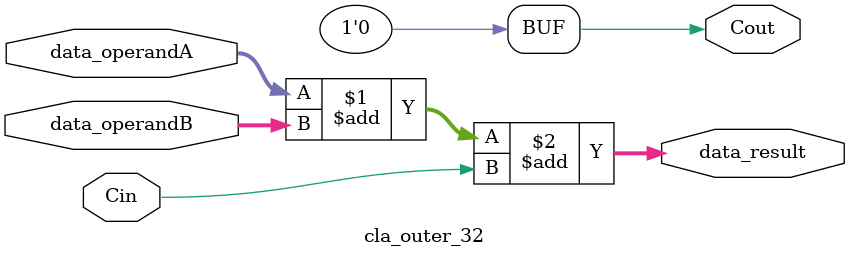
<source format=v>
module cla_outer_32 (data_operandA, data_operandB, Cin, data_result, Cout); 

    input [31:0] data_operandA, data_operandB;
    input Cin;
    output [31:0] data_result;
    output Cout;

    assign data_result = data_operandA + data_operandB + Cin;
    assign Cout = 1'b0;


    // wire [7:0] block_sum_1, block_sum_2, block_sum_3, block_sum_4;
    // wire [3:0] big_G, big_P;
    // wire [4:0] carry;

    // //////////// CALCULATE CARRIES

    // // l0
    // assign carry[0] = Cin;
    // // l1
    // wire c1;
    // and carry_and1(c1, big_P[0], carry[0]);
    // or carry_or1(carry[1], c1, big_G[0]);
    // // l2
    // wire c2, c3;
    // and carry_and2(c2, big_P[1], big_G[0]);
    // and carry_and3(c3, big_P[1], big_P[0], carry[0]);
    // or carry_or2(carry[2], big_G[1], c2, c3);
    // // l3
    // wire c4, c5, c6;
    // and carry_and6(c6, big_P[2], big_G[1]);
    // and carry_and4(c4, big_P[2], big_P[1], big_G[0]);
    // and carry_and5(c5, big_P[2], big_P[1], big_P[0], carry[0]);
    // or carry_or3(carry[3], big_G[2], c4, c5, c6);
    // // l4
    // wire c7, c8, c9, c10;
    // and carry_and7(c7, big_P[3], big_G[2]);
    // and carry_and8(c8, big_P[3], big_P[2], big_G[1]);
    // and carry_and9(c9, big_P[3], big_P[2], big_P[1], big_G[0]);
    // and carry_and10(c10, big_P[3], big_P[2], big_P[1], big_P[0], carry[0]);
    // or carry_or4(carry[4], big_G[3], c7, c8, c9, c10);

    // //////////// CALCULATE SUMS

    // // low 8 bits
    // cla_inner lowest8(.data_operandA(data_operandA[7:0]), .data_operandB(data_operandB[7:0]),
    // .Cin(Cin), .data_result(data_result[7:0]), .Cout(carry[1]), .big_G(big_G[0]), .big_P(big_P[0]));

    // // low-med 8 bits
    // cla_inner lowmed8(.data_operandA(data_operandA[15:8]), .data_operandB(data_operandB[15:8]),
    // .Cin(carry[1]), .data_result(data_result[15:8]), .Cout(carry[2]), .big_G(big_G[1]), .big_P(big_P[1]));

    // // hi-med 8 bits
    // cla_inner himed8(.data_operandA(data_operandA[23:16]), .data_operandB(data_operandB[23:16]),
    // .Cin(carry[2]), .data_result(data_result[23:16]), .Cout(carry[3]), .big_G(big_G[2]), .big_P(big_P[2]));

    // // high 8 bits
    // cla_inner highest8(.data_operandA(data_operandA[31:24]), .data_operandB(data_operandB[31:24]),
    // .Cin(carry[3]), .data_result(data_result[31:24]), .Cout(carry[4]), .big_G(big_G[3]), .big_P(big_P[3]));

    // // FINAL OUTPUTS
    // assign Cout = carry[4];

endmodule
</source>
